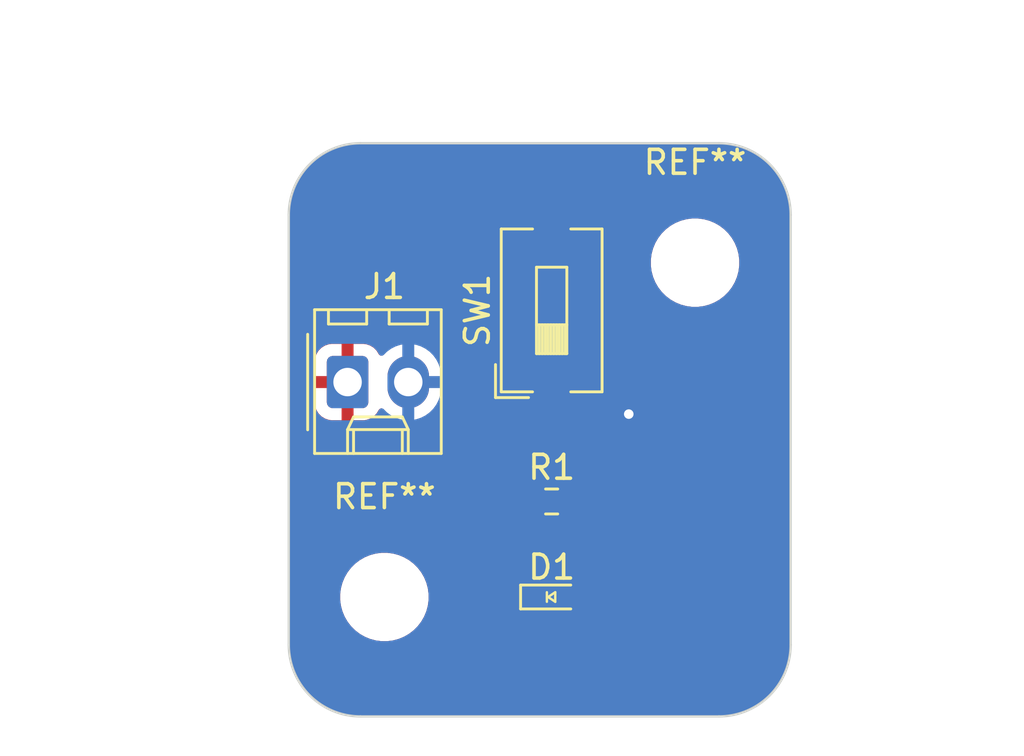
<source format=kicad_pcb>
(kicad_pcb (version 20240108) (generator "pcbnew") (generator_version "8.0")
  (title_block (title "LED Project") (date "2022-08-16") (rev "0.0") (company "Illini Solar Car") (comment 1 "Designed By: Tanmay Garudadri"))
  (layers (0 "F.Cu" signal) (31 "B.Cu" signal) (34 "B.Paste" user) (35 "F.Paste" user) (36 "B.SilkS" user "B.Silkscreen") (37 "F.SilkS" user "F.Silkscreen") (38 "B.Mask" user) (39 "F.Mask" user) (44 "Edge.Cuts" user))
  (net 0 "")
  (net 1 "Net-(D1-K)")
  (net 2 "Net-(D1-A)")
  (net 3 "GND")
  (net 4 "+3V3")
  (footprint "Resistor_SMD:R_0603_1608Metric_Pad0.98x0.95mm_HandSolder" (layer "F.Cu") (at 81 46)
    (property "Reference" "R1" (at 0 -1.43 0) (layer "F.SilkS"))
    (property "Value" "1k")
    (fp_line (start -0.254724 -0.5225) (end 0.254724 -0.5225) (stroke (width 0.12)) (layer "F.SilkS"))
    (fp_line (start -0.254724 0.5225) (end 0.254724 0.5225) (stroke (width 0.12)) (layer "F.SilkS"))
    (pad "1" smd roundrect (at -0.9125 0) (size 0.975 0.95) (layers "F.Cu" "F.Paste" "F.Mask") (net 4 "+3V3"))
    (pad "2" smd roundrect (at 0.9125 0) (size 0.975 0.95) (layers "F.Cu" "F.Paste" "F.Mask") (net 2 "Net-(D1-A)"))
  )
  (footprint "Connector_Molex:Molex_KK-254_AE-6410-02A_1x02_P2.54mm_Vertical" (layer "F.Cu") (at 72.46 41)
    (property "Reference" "J1" (at 1.54 -4 0) (layer "F.SilkS"))
    (property "Value" "Conn_01x02")
    (fp_line (start -1.67 -2) (end -1.67 2) (stroke (width 0.12)) (layer "F.SilkS"))
    (fp_line (start -1.38 -3.03) (end -1.38 2.99) (stroke (width 0.12)) (layer "F.SilkS"))
    (fp_line (start -1.38 2.99) (end 3.92 2.99) (stroke (width 0.12)) (layer "F.SilkS"))
    (fp_line (start -0.8 -3.03) (end -0.8 -2.43) (stroke (width 0.12)) (layer "F.SilkS"))
    (fp_line (start -0.8 -2.43) (end 0.8 -2.43) (stroke (width 0.12)) (layer "F.SilkS"))
    (fp_line (start 0 1.99) (end 0.25 1.46) (stroke (width 0.12)) (layer "F.SilkS"))
    (fp_line (start 0 1.99) (end 2.54 1.99) (stroke (width 0.12)) (layer "F.SilkS"))
    (fp_line (start 0 2.99) (end 0 1.99) (stroke (width 0.12)) (layer "F.SilkS"))
    (fp_line (start 0.25 1.46) (end 2.29 1.46) (stroke (width 0.12)) (layer "F.SilkS"))
    (fp_line (start 0.25 2.99) (end 0.25 1.99) (stroke (width 0.12)) (layer "F.SilkS"))
    (fp_line (start 0.8 -2.43) (end 0.8 -3.03) (stroke (width 0.12)) (layer "F.SilkS"))
    (fp_line (start 1.74 -3.03) (end 1.74 -2.43) (stroke (width 0.12)) (layer "F.SilkS"))
    (fp_line (start 1.74 -2.43) (end 3.34 -2.43) (stroke (width 0.12)) (layer "F.SilkS"))
    (fp_line (start 2.29 1.46) (end 2.54 1.99) (stroke (width 0.12)) (layer "F.SilkS"))
    (fp_line (start 2.29 2.99) (end 2.29 1.99) (stroke (width 0.12)) (layer "F.SilkS"))
    (fp_line (start 2.54 1.99) (end 2.54 2.99) (stroke (width 0.12)) (layer "F.SilkS"))
    (fp_line (start 3.34 -2.43) (end 3.34 -3.03) (stroke (width 0.12)) (layer "F.SilkS"))
    (fp_line (start 3.92 -3.03) (end -1.38 -3.03) (stroke (width 0.12)) (layer "F.SilkS"))
    (fp_line (start 3.92 2.99) (end 3.92 -3.03) (stroke (width 0.12)) (layer "F.SilkS"))
    (pad "1" thru_hole roundrect (at 0 0) (size 1.74 2.19) (drill 1.19) (layers "*.Cu" "*.Mask") (roundrect_rratio 0.143678) (net 4 "+3V3"))
    (pad "2" thru_hole oval (at 2.54 0) (size 1.74 2.19) (drill 1.19) (layers "*.Cu" "*.Mask") (net 3 "GND"))
  )
  (footprint "MountingHole:MountingHole_3.2mm_M3" (layer "F.Cu") (at 87 36)
    (property "Reference" "REF**" (at 0 -4.2 0) (layer "F.SilkS"))
    (property "Value" "MountingHole_3.2mm_M3")
    (pad "" np_thru_hole circle (at 0 0) (size 3.2 3.2) (drill 3.2) (layers "*.Cu" "*.Mask"))
  )
  (footprint "Button_Switch_SMD:SW_DIP_SPSTx01_Slide_6.7x4.1mm_W8.61mm_P2.54mm_LowProfile" (layer "F.Cu") (at 81 38 90)
    (property "Reference" "SW1" (at 0 -3.11 90) (layer "F.SilkS"))
    (property "Value" "SW_Push")
    (fp_line (start -3.65 -2.35) (end -2.267 -2.35) (stroke (width 0.12)) (layer "F.SilkS"))
    (fp_line (start -3.65 -2.35) (end -3.65 -0.967) (stroke (width 0.12)) (layer "F.SilkS"))
    (fp_line (start 3.41 -2.11) (end 3.41 -0.8) (stroke (width 0.12)) (layer "F.SilkS"))
    (fp_line (start -3.41 -2.11) (end 3.41 -2.11) (stroke (width 0.12)) (layer "F.SilkS"))
    (fp_line (start -3.41 -2.11) (end -3.41 -0.8) (stroke (width 0.12)) (layer "F.SilkS"))
    (fp_line (start 1.81 -0.635) (end -1.81 -0.635) (stroke (width 0.12)) (layer "F.SilkS"))
    (fp_line (start -0.603333 -0.635) (end -0.603333 0.635) (stroke (width 0.12)) (layer "F.SilkS"))
    (fp_line (start -1.81 -0.635) (end -1.81 0.635) (stroke (width 0.12)) (layer "F.SilkS"))
    (fp_line (start -1.81 -0.515) (end -0.603333 -0.515) (stroke (width 0.12)) (layer "F.SilkS"))
    (fp_line (start -1.81 -0.395) (end -0.603333 -0.395) (stroke (width 0.12)) (layer "F.SilkS"))
    (fp_line (start -1.81 -0.275) (end -0.603333 -0.275) (stroke (width 0.12)) (layer "F.SilkS"))
    (fp_line (start -1.81 -0.155) (end -0.603333 -0.155) (stroke (width 0.12)) (layer "F.SilkS"))
    (fp_line (start -1.81 -0.035) (end -0.603333 -0.035) (stroke (width 0.12)) (layer "F.SilkS"))
    (fp_line (start -1.81 0.085) (end -0.603333 0.085) (stroke (width 0.12)) (layer "F.SilkS"))
    (fp_line (start -1.81 0.205) (end -0.603333 0.205) (stroke (width 0.12)) (layer "F.SilkS"))
    (fp_line (start -1.81 0.325) (end -0.603333 0.325) (stroke (width 0.12)) (layer "F.SilkS"))
    (fp_line (start -1.81 0.445) (end -0.603333 0.445) (stroke (width 0.12)) (layer "F.SilkS"))
    (fp_line (start -1.81 0.565) (end -0.603333 0.565) (stroke (width 0.12)) (layer "F.SilkS"))
    (fp_line (start 1.81 0.635) (end 1.81 -0.635) (stroke (width 0.12)) (layer "F.SilkS"))
    (fp_line (start -1.81 0.635) (end 1.81 0.635) (stroke (width 0.12)) (layer "F.SilkS"))
    (fp_line (start 3.41 0.8) (end 3.41 2.11) (stroke (width 0.12)) (layer "F.SilkS"))
    (fp_line (start -3.41 0.8) (end -3.41 2.11) (stroke (width 0.12)) (layer "F.SilkS"))
    (fp_line (start -3.41 2.11) (end 3.41 2.11) (stroke (width 0.12)) (layer "F.SilkS"))
    (pad "1" smd rect (at -4.305 0 90) (size 2.44 1.12) (layers "F.Cu" "F.Paste" "F.Mask") (net 3 "GND"))
    (pad "2" smd rect (at 4.305 0 90) (size 2.44 1.12) (layers "F.Cu" "F.Paste" "F.Mask") (net 1 "Net-(D1-K)"))
  )
  (footprint "MountingHole:MountingHole_3.2mm_M3" (layer "F.Cu") (at 74 50)
    (property "Reference" "REF**" (at 0 -4.2 0) (layer "F.SilkS"))
    (property "Value" "MountingHole_3.2mm_M3")
    (pad "" np_thru_hole circle (at 0 0) (size 3.2 3.2) (drill 3.2) (layers "*.Cu" "*.Mask"))
  )
  (footprint "layout:LED_0603_Symbol_on_F.SilkS" (layer "F.Cu") (at 81 50)
    (property "Reference" "D1" (at 0 -1.25 0) (layer "F.SilkS"))
    (property "Value" "LED")
    (fp_line (start -1.3 -0.5) (end -1.3 0.5) (stroke (width 0.12)) (layer "F.SilkS"))
    (fp_line (start -1.3 -0.5) (end 0.8 -0.5) (stroke (width 0.12)) (layer "F.SilkS"))
    (fp_line (start -1.3 0.5) (end 0.8 0.5) (stroke (width 0.12)) (layer "F.SilkS"))
    (fp_line (start -0.2 -0.2) (end -0.2 0.2) (stroke (width 0.1)) (layer "F.SilkS"))
    (fp_line (start -0.15 0) (end 0.15 -0.2) (stroke (width 0.1)) (layer "F.SilkS"))
    (fp_line (start 0.15 -0.2) (end 0.15 0.2) (stroke (width 0.1)) (layer "F.SilkS"))
    (fp_line (start 0.15 0.2) (end -0.15 0) (stroke (width 0.1)) (layer "F.SilkS"))
    (pad "1" smd rect (at -0.8 0 180) (size 0.8 0.8) (layers "F.Cu" "F.Paste" "F.Mask") (net 1 "Net-(D1-K)"))
    (pad "2" smd rect (at 0.8 0 180) (size 0.8 0.8) (layers "F.Cu" "F.Paste" "F.Mask") (net 2 "Net-(D1-A)"))
  )
  (gr_line (start 73 31) (end 88 31) (stroke (width 0.1)) (layer "Edge.Cuts"))
  (gr_arc (start 70 34) (mid 70.87868 31.87868) (end 73 31) (stroke (width 0.1)) (layer "Edge.Cuts"))
  (gr_line (start 88 55) (end 73 55) (stroke (width 0.1)) (layer "Edge.Cuts"))
  (gr_arc (start 88 31) (mid 90.12132 31.87868) (end 91 34) (stroke (width 0.1)) (layer "Edge.Cuts"))
  (gr_line (start 70 52) (end 70 34) (stroke (width 0.1)) (layer "Edge.Cuts"))
  (gr_arc (start 91 52) (mid 90.12132 54.12132) (end 88 55) (stroke (width 0.1)) (layer "Edge.Cuts"))
  (gr_arc (start 73 55) (mid 70.87868 54.12132) (end 70 52) (stroke (width 0.1)) (layer "Edge.Cuts"))
  (gr_line (start 91 34) (end 91 52) (stroke (width 0.1)) (layer "Edge.Cuts"))
  (segment (start 77.9272 50.038) (end 78.2066 50.038) (width 0.25) (layer "F.Cu") (net 1))
  (segment (start 77.938 33.695) (end 77.9272 33.7058) (width 0.25) (layer "F.Cu") (net 1))
  (segment (start 78.2446 50) (end 80.2 50) (width 0.25) (layer "F.Cu") (net 1))
  (segment (start 77.9272 33.7058) (end 77.9272 50.038) (width 0.25) (layer "F.Cu") (net 1))
  (segment (start 78.2066 50.038) (end 78.2446 50) (width 0.25) (layer "F.Cu") (net 1))
  (segment (start 81 33.695) (end 77.938 33.695) (width 0.25) (layer "F.Cu") (net 1))
  (segment (start 81.9125 46) (end 81.9125 47.5717) (width 0.25) (layer "F.Cu") (net 2))
  (segment (start 81.8 47.6892) (end 81.8 50) (width 0.25) (layer "F.Cu") (net 2))
  (segment (start 81.9125 47.5717) (end 81.915 47.5742) (width 0.25) (layer "F.Cu") (net 2))
  (segment (start 81.915 47.5742) (end 81.8 47.6892) (width 0.25) (layer "F.Cu") (net 2))
  (segment (start 84.1502 42.3418) (end 84.1134 42.305) (width 0.25) (layer "F.Cu") (net 3))
  (segment (start 84.1134 42.305) (end 81 42.305) (width 0.25) (layer "F.Cu") (net 3))
  (segment (start 84.2264 42.3418) (end 84.1502 42.3418) (width 0.25) (layer "F.Cu") (net 3))
  (via (at 84.2264 42.3418) (size 0.8) (drill 0.4) (layers "F.Cu" "B.Cu") (net 3))
  (zone (net 4) (net_name "+3V3") (layer "F.Cu") (connect_pads (clearance 0.508)) (min_thickness 0.25) (fill yes (thermal_gap 0.5) (thermal_bridge_width 0.5))
    (polygon (pts (xy 70 31) (xy 91 31) (xy 91 55) (xy 70 55)))
  )
  (zone (net 3) (net_name "GND") (layer "B.Cu") (priority 1) (connect_pads (clearance 0.508)) (min_thickness 0.25) (fill yes (thermal_gap 0.5) (thermal_bridge_width 0.5))
    (polygon (pts (xy 70 31) (xy 91 31) (xy 91 55) (xy 70 55)))
  )
)
</source>
